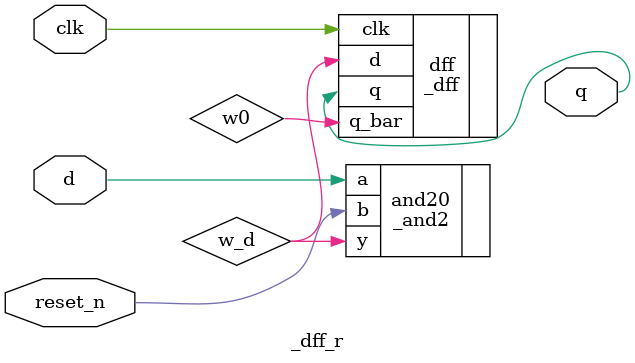
<source format=v>
module _dff_r(clk, reset_n, d, q);
	
	input clk, reset_n, d; // input ports
	output q;				  // output port
	
	wire w_d;
	
	_and2 and20(.a(d), .b(reset_n), .y(w_d));				// Instance and gate
	_dff 	dff(.clk(clk), .d(w_d), .q(q), .q_bar(w0));	// Instance d flip flop 
	
endmodule

</source>
